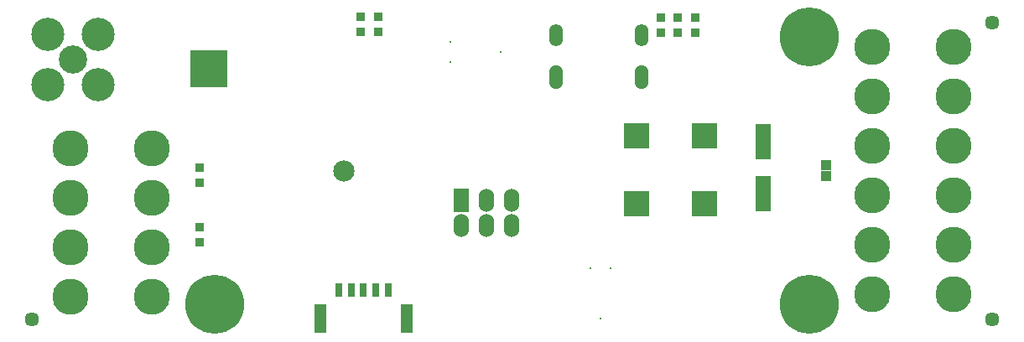
<source format=gbs>
G04*
G04 #@! TF.GenerationSoftware,Altium Limited,Altium Designer,20.0.2 (26)*
G04*
G04 Layer_Color=16711935*
%FSLAX25Y25*%
%MOIN*%
G70*
G01*
G75*
%ADD105R,0.04134X0.04134*%
%ADD131C,0.05701*%
%ADD132C,0.00984*%
%ADD133C,0.00591*%
%ADD134O,0.05315X0.08858*%
%ADD135O,0.05315X0.09646*%
%ADD136O,0.06102X0.09252*%
%ADD137R,0.06102X0.09252*%
%ADD138C,0.08465*%
%ADD139C,0.13189*%
%ADD140C,0.11221*%
%ADD141C,0.14370*%
%ADD142C,0.23425*%
%ADD167R,0.15000X0.15000*%
%ADD168R,0.03740X0.03740*%
%ADD169R,0.10433X0.10433*%
%ADD170R,0.06496X0.14370*%
%ADD171R,0.02953X0.05512*%
%ADD172R,0.04528X0.11221*%
D105*
X125000Y-2200D02*
D03*
Y2200D02*
D03*
D131*
X190945Y59055D02*
D03*
Y-59055D02*
D03*
X-190945D02*
D03*
D132*
X35177Y-58819D02*
D03*
X31177Y-38819D02*
D03*
X39177D02*
D03*
X-4567Y47106D02*
D03*
X-24567Y43106D02*
D03*
Y51106D02*
D03*
D133*
X23071Y39350D02*
D03*
X45827D02*
D03*
D134*
X51457Y53839D02*
D03*
X17441D02*
D03*
D135*
X51457Y37382D02*
D03*
X17441D02*
D03*
D136*
X-236Y-11654D02*
D03*
X-10236D02*
D03*
X-20236Y-21654D02*
D03*
X-10236D02*
D03*
X-236D02*
D03*
D137*
X-20236Y-11654D02*
D03*
D138*
X-66929Y0D02*
D03*
D139*
X-164409Y34095D02*
D03*
Y54094D02*
D03*
X-184409D02*
D03*
Y34095D02*
D03*
D140*
X-174409Y44094D02*
D03*
D141*
X-175591Y8858D02*
D03*
Y-10827D02*
D03*
Y-30512D02*
D03*
Y-50197D02*
D03*
X-143307D02*
D03*
Y-30512D02*
D03*
Y-10827D02*
D03*
Y8858D02*
D03*
X143307Y-49213D02*
D03*
Y-29528D02*
D03*
Y-9843D02*
D03*
Y9843D02*
D03*
Y29528D02*
D03*
X175591D02*
D03*
Y9843D02*
D03*
Y-9843D02*
D03*
Y-29528D02*
D03*
Y-49213D02*
D03*
Y49213D02*
D03*
X143307D02*
D03*
D142*
X-118110Y-53150D02*
D03*
X118110Y53150D02*
D03*
Y-53150D02*
D03*
D167*
X-120500Y40500D02*
D03*
D168*
X72835Y60827D02*
D03*
Y54921D02*
D03*
X65945Y60827D02*
D03*
Y54921D02*
D03*
X-60039Y55315D02*
D03*
Y61221D02*
D03*
X-53150Y55315D02*
D03*
Y61221D02*
D03*
X59055Y60827D02*
D03*
Y54921D02*
D03*
X-124016Y1181D02*
D03*
Y-4724D02*
D03*
Y-22441D02*
D03*
Y-28346D02*
D03*
D169*
X76575Y13780D02*
D03*
X49409D02*
D03*
X76575Y-12992D02*
D03*
X49409D02*
D03*
D170*
X99999Y-9056D02*
D03*
Y11417D02*
D03*
D171*
X-49213Y-47441D02*
D03*
X-54134D02*
D03*
X-59055D02*
D03*
X-63976D02*
D03*
X-68898D02*
D03*
D172*
X-41929Y-58858D02*
D03*
X-76181D02*
D03*
M02*

</source>
